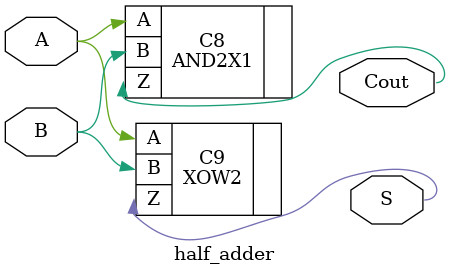
<source format=v>


module half_adder ( A, B, Cout, S );
  input A, B;
  output Cout, S;


  AND2X1 C8 ( .A(A), .B(B), .Z(Cout) );
  XOW2 C9 ( .A(A), .B(B), .Z(S) );
endmodule


</source>
